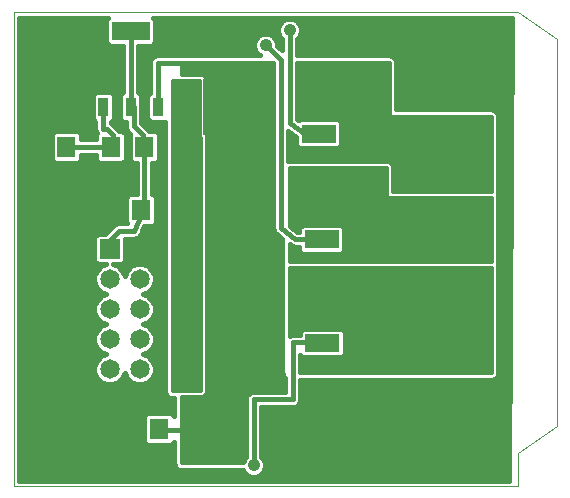
<source format=gtl>
G75*
%MOIN*%
%OFA0B0*%
%FSLAX25Y25*%
%IPPOS*%
%LPD*%
%AMOC8*
5,1,8,0,0,1.08239X$1,22.5*
%
%ADD10C,0.00000*%
%ADD11R,0.11811X0.06299*%
%ADD12R,0.22500X0.19000*%
%ADD13C,0.07874*%
%ADD14R,0.03500X0.06400*%
%ADD15R,0.12500X0.06400*%
%ADD16R,0.06299X0.07098*%
%ADD17R,0.06299X0.07087*%
%ADD18R,0.06500X0.06500*%
%ADD19C,0.06500*%
%ADD20C,0.07400*%
%ADD21C,0.04134*%
%ADD22C,0.01600*%
%ADD23C,0.05600*%
D10*
X0005867Y0006387D02*
X0005867Y0164387D01*
X0173867Y0164387D01*
X0186867Y0155387D01*
X0186867Y0026387D01*
X0173867Y0017387D01*
X0173867Y0006387D01*
X0005867Y0006387D01*
D11*
X0108741Y0054049D03*
X0108741Y0072001D03*
X0108662Y0088623D03*
X0108662Y0106576D03*
X0107662Y0123868D03*
X0107662Y0141820D03*
D12*
X0080504Y0132844D03*
X0081504Y0097600D03*
X0081583Y0063025D03*
D13*
X0074965Y0025029D03*
X0094965Y0025029D03*
X0152225Y0072155D03*
X0152225Y0092155D03*
X0152225Y0112155D03*
D14*
X0053967Y0132787D03*
X0044867Y0132787D03*
X0035767Y0132787D03*
D15*
X0044867Y0157987D03*
D16*
X0049465Y0119387D03*
X0038268Y0119387D03*
X0023465Y0119387D03*
X0012268Y0119387D03*
D17*
X0037355Y0098387D03*
X0048378Y0098387D03*
X0043355Y0025387D03*
X0054378Y0025387D03*
D18*
X0037867Y0085387D03*
D19*
X0047867Y0085387D03*
X0047867Y0075387D03*
X0037867Y0075387D03*
X0037867Y0065387D03*
X0047867Y0065387D03*
X0047867Y0055387D03*
X0047867Y0045387D03*
X0037867Y0045387D03*
X0037867Y0055387D03*
D20*
X0026867Y0026387D03*
X0026867Y0016387D03*
X0014867Y0146387D03*
X0014867Y0156387D03*
X0161867Y0153387D03*
X0161867Y0143387D03*
X0163867Y0026387D03*
X0163867Y0016387D03*
D21*
X0127867Y0058387D03*
X0127867Y0063387D03*
X0122867Y0063387D03*
X0122867Y0058387D03*
X0122867Y0068387D03*
X0127867Y0068387D03*
X0127867Y0092387D03*
X0122867Y0092387D03*
X0122867Y0097387D03*
X0127867Y0097387D03*
X0127867Y0102387D03*
X0122867Y0102387D03*
X0122867Y0130387D03*
X0127867Y0130387D03*
X0127867Y0135387D03*
X0122867Y0135387D03*
X0122867Y0140387D03*
X0127867Y0140387D03*
X0097867Y0158387D03*
X0089867Y0153387D03*
X0064867Y0138387D03*
X0064867Y0133387D03*
X0064867Y0128387D03*
X0064867Y0116387D03*
X0064867Y0111387D03*
X0064867Y0106387D03*
X0064867Y0080387D03*
X0064867Y0075387D03*
X0064867Y0070387D03*
X0085867Y0013387D03*
X0107867Y0013387D03*
X0113867Y0013387D03*
X0119867Y0013387D03*
D22*
X0100339Y0033183D02*
X0101071Y0033914D01*
X0101467Y0034870D01*
X0101467Y0041787D01*
X0165384Y0041787D01*
X0166339Y0042183D01*
X0167071Y0042914D01*
X0167467Y0043870D01*
X0167467Y0129904D01*
X0167071Y0130860D01*
X0166339Y0131591D01*
X0165384Y0131987D01*
X0133467Y0131987D01*
X0133467Y0147904D01*
X0133071Y0148860D01*
X0132339Y0149591D01*
X0131384Y0149987D01*
X0100467Y0149987D01*
X0100467Y0155519D01*
X0101145Y0156197D01*
X0101734Y0157618D01*
X0101734Y0159156D01*
X0101145Y0160578D01*
X0100057Y0161665D01*
X0098636Y0162254D01*
X0097097Y0162254D01*
X0095676Y0161665D01*
X0094588Y0160578D01*
X0094000Y0159156D01*
X0094000Y0157618D01*
X0094588Y0156197D01*
X0095267Y0155519D01*
X0095267Y0151664D01*
X0093734Y0153197D01*
X0093734Y0154156D01*
X0093145Y0155578D01*
X0092057Y0156665D01*
X0090636Y0157254D01*
X0089097Y0157254D01*
X0087676Y0156665D01*
X0086588Y0155578D01*
X0086000Y0154156D01*
X0086000Y0152618D01*
X0086588Y0151197D01*
X0087676Y0150109D01*
X0087970Y0149987D01*
X0053349Y0149987D01*
X0052394Y0149591D01*
X0051662Y0148860D01*
X0051267Y0147904D01*
X0051267Y0137583D01*
X0050417Y0136733D01*
X0050417Y0128842D01*
X0051471Y0127787D01*
X0056267Y0127787D01*
X0056267Y0037870D01*
X0056662Y0036914D01*
X0057394Y0036183D01*
X0058349Y0035787D01*
X0059267Y0035787D01*
X0059267Y0029737D01*
X0058274Y0030731D01*
X0050483Y0030731D01*
X0049429Y0029676D01*
X0049429Y0021098D01*
X0050483Y0020044D01*
X0058274Y0020044D01*
X0059267Y0021037D01*
X0059267Y0013870D01*
X0059662Y0012914D01*
X0060394Y0012183D01*
X0061349Y0011787D01*
X0082344Y0011787D01*
X0082588Y0011197D01*
X0083676Y0010109D01*
X0085097Y0009520D01*
X0086636Y0009520D01*
X0088057Y0010109D01*
X0089145Y0011197D01*
X0089734Y0012618D01*
X0089734Y0014156D01*
X0089145Y0015578D01*
X0088467Y0016256D01*
X0088467Y0032787D01*
X0099384Y0032787D01*
X0100339Y0033183D01*
X0101133Y0034064D02*
X0171042Y0034064D01*
X0171052Y0035662D02*
X0101467Y0035662D01*
X0101467Y0037261D02*
X0171062Y0037261D01*
X0171072Y0038859D02*
X0101467Y0038859D01*
X0101467Y0040458D02*
X0171082Y0040458D01*
X0171092Y0042056D02*
X0166033Y0042056D01*
X0167377Y0043655D02*
X0171103Y0043655D01*
X0171113Y0045253D02*
X0167467Y0045253D01*
X0167467Y0046852D02*
X0171123Y0046852D01*
X0171133Y0048450D02*
X0167467Y0048450D01*
X0167467Y0050049D02*
X0171143Y0050049D01*
X0171153Y0051647D02*
X0167467Y0051647D01*
X0167467Y0053246D02*
X0171163Y0053246D01*
X0171173Y0054844D02*
X0167467Y0054844D01*
X0167467Y0056443D02*
X0171183Y0056443D01*
X0171194Y0058041D02*
X0167467Y0058041D01*
X0167467Y0059640D02*
X0171204Y0059640D01*
X0171214Y0061238D02*
X0167467Y0061238D01*
X0167467Y0062837D02*
X0171224Y0062837D01*
X0171234Y0064435D02*
X0167467Y0064435D01*
X0167467Y0066034D02*
X0171244Y0066034D01*
X0171254Y0067632D02*
X0167467Y0067632D01*
X0167467Y0069231D02*
X0171264Y0069231D01*
X0171275Y0070829D02*
X0167467Y0070829D01*
X0167467Y0072428D02*
X0171285Y0072428D01*
X0171295Y0074026D02*
X0167467Y0074026D01*
X0167467Y0075625D02*
X0171305Y0075625D01*
X0171315Y0077223D02*
X0167467Y0077223D01*
X0167467Y0078822D02*
X0171325Y0078822D01*
X0171335Y0080420D02*
X0167467Y0080420D01*
X0167467Y0082019D02*
X0171345Y0082019D01*
X0171355Y0083618D02*
X0167467Y0083618D01*
X0167467Y0085216D02*
X0171366Y0085216D01*
X0171376Y0086815D02*
X0167467Y0086815D01*
X0167467Y0088413D02*
X0171386Y0088413D01*
X0171396Y0090012D02*
X0167467Y0090012D01*
X0167467Y0091610D02*
X0171406Y0091610D01*
X0171416Y0093209D02*
X0167467Y0093209D01*
X0167467Y0094807D02*
X0171426Y0094807D01*
X0171436Y0096406D02*
X0167467Y0096406D01*
X0167467Y0098004D02*
X0171447Y0098004D01*
X0171457Y0099603D02*
X0167467Y0099603D01*
X0167467Y0101201D02*
X0171467Y0101201D01*
X0171477Y0102800D02*
X0167467Y0102800D01*
X0167467Y0104398D02*
X0171487Y0104398D01*
X0171497Y0105997D02*
X0167467Y0105997D01*
X0167467Y0107595D02*
X0171507Y0107595D01*
X0171517Y0109194D02*
X0167467Y0109194D01*
X0167467Y0110792D02*
X0171527Y0110792D01*
X0171538Y0112391D02*
X0167467Y0112391D01*
X0167467Y0113989D02*
X0171548Y0113989D01*
X0171558Y0115588D02*
X0167467Y0115588D01*
X0167467Y0117186D02*
X0171568Y0117186D01*
X0171578Y0118785D02*
X0167467Y0118785D01*
X0167467Y0120383D02*
X0171588Y0120383D01*
X0171598Y0121982D02*
X0167467Y0121982D01*
X0167467Y0123580D02*
X0171608Y0123580D01*
X0171619Y0125179D02*
X0167467Y0125179D01*
X0167467Y0126777D02*
X0171629Y0126777D01*
X0171639Y0128376D02*
X0167467Y0128376D01*
X0167438Y0129974D02*
X0171649Y0129974D01*
X0171659Y0131573D02*
X0166358Y0131573D01*
X0164867Y0129387D02*
X0164867Y0104787D01*
X0132267Y0104787D01*
X0132267Y0112865D01*
X0131901Y0113747D01*
X0131226Y0114422D01*
X0130344Y0114787D01*
X0097389Y0114787D01*
X0097267Y0114736D01*
X0097267Y0124875D01*
X0100156Y0122840D01*
X0100156Y0120055D01*
X0101094Y0119118D01*
X0114230Y0119118D01*
X0115167Y0120055D01*
X0115167Y0127680D01*
X0114230Y0128617D01*
X0101094Y0128617D01*
X0100761Y0128285D01*
X0100267Y0128633D01*
X0100267Y0147387D01*
X0130867Y0147387D01*
X0130867Y0129387D01*
X0164867Y0129387D01*
X0164867Y0128376D02*
X0114471Y0128376D01*
X0115167Y0126777D02*
X0164867Y0126777D01*
X0164867Y0125179D02*
X0115167Y0125179D01*
X0115167Y0123580D02*
X0164867Y0123580D01*
X0164867Y0121982D02*
X0115167Y0121982D01*
X0115167Y0120383D02*
X0164867Y0120383D01*
X0164867Y0118785D02*
X0097267Y0118785D01*
X0097267Y0120383D02*
X0100156Y0120383D01*
X0100156Y0121982D02*
X0097267Y0121982D01*
X0097267Y0123580D02*
X0099105Y0123580D01*
X0102867Y0123868D02*
X0097867Y0127387D01*
X0097867Y0158387D01*
X0100499Y0155551D02*
X0171811Y0155551D01*
X0171821Y0157149D02*
X0101539Y0157149D01*
X0101734Y0158748D02*
X0171831Y0158748D01*
X0171841Y0160346D02*
X0101241Y0160346D01*
X0099383Y0161945D02*
X0171851Y0161945D01*
X0171855Y0162587D02*
X0170878Y0008187D01*
X0007667Y0008187D01*
X0007667Y0162587D01*
X0037471Y0162587D01*
X0036817Y0161933D01*
X0036817Y0154042D01*
X0037871Y0152987D01*
X0042267Y0152987D01*
X0042267Y0137683D01*
X0041317Y0136733D01*
X0041317Y0128842D01*
X0042371Y0127787D01*
X0043267Y0127787D01*
X0043267Y0125870D01*
X0043662Y0124914D01*
X0044705Y0123872D01*
X0044515Y0123682D01*
X0044515Y0115092D01*
X0045570Y0114038D01*
X0046865Y0114038D01*
X0046865Y0103731D01*
X0044483Y0103731D01*
X0043429Y0102676D01*
X0043429Y0094098D01*
X0043540Y0093987D01*
X0040349Y0093987D01*
X0039394Y0093591D01*
X0036394Y0090591D01*
X0036240Y0090437D01*
X0033871Y0090437D01*
X0032817Y0089383D01*
X0032817Y0081392D01*
X0033871Y0080337D01*
X0036621Y0080337D01*
X0035006Y0079668D01*
X0033585Y0078248D01*
X0032817Y0076392D01*
X0032817Y0074383D01*
X0033585Y0072527D01*
X0035006Y0071106D01*
X0036741Y0070387D01*
X0035006Y0069668D01*
X0033585Y0068248D01*
X0032817Y0066392D01*
X0032817Y0064383D01*
X0033585Y0062527D01*
X0035006Y0061106D01*
X0036741Y0060387D01*
X0035006Y0059668D01*
X0033585Y0058248D01*
X0032817Y0056392D01*
X0032817Y0054383D01*
X0033585Y0052527D01*
X0035006Y0051106D01*
X0036741Y0050387D01*
X0035006Y0049668D01*
X0033585Y0048248D01*
X0032817Y0046392D01*
X0032817Y0044383D01*
X0033585Y0042527D01*
X0035006Y0041106D01*
X0036862Y0040337D01*
X0038871Y0040337D01*
X0040727Y0041106D01*
X0042148Y0042527D01*
X0042867Y0044262D01*
X0043585Y0042527D01*
X0045006Y0041106D01*
X0046862Y0040337D01*
X0048871Y0040337D01*
X0050727Y0041106D01*
X0052148Y0042527D01*
X0052917Y0044383D01*
X0052917Y0046392D01*
X0052148Y0048248D01*
X0050727Y0049668D01*
X0048992Y0050387D01*
X0050727Y0051106D01*
X0052148Y0052527D01*
X0052917Y0054383D01*
X0052917Y0056392D01*
X0052148Y0058248D01*
X0050727Y0059668D01*
X0048992Y0060387D01*
X0050727Y0061106D01*
X0052148Y0062527D01*
X0052917Y0064383D01*
X0052917Y0066392D01*
X0052148Y0068248D01*
X0050727Y0069668D01*
X0048992Y0070387D01*
X0050727Y0071106D01*
X0052148Y0072527D01*
X0052917Y0074383D01*
X0052917Y0076392D01*
X0052148Y0078248D01*
X0050727Y0079668D01*
X0048871Y0080437D01*
X0046862Y0080437D01*
X0045006Y0079668D01*
X0043585Y0078248D01*
X0042867Y0076512D01*
X0042148Y0078248D01*
X0040727Y0079668D01*
X0039113Y0080337D01*
X0041862Y0080337D01*
X0042917Y0081392D01*
X0042917Y0088787D01*
X0045821Y0088787D01*
X0046293Y0088771D01*
X0046337Y0088787D01*
X0046384Y0088787D01*
X0046820Y0088968D01*
X0047262Y0089133D01*
X0047296Y0089165D01*
X0047339Y0089183D01*
X0047673Y0089516D01*
X0048018Y0089838D01*
X0048038Y0089881D01*
X0048071Y0089914D01*
X0048251Y0090350D01*
X0049479Y0093044D01*
X0052274Y0093044D01*
X0053328Y0094098D01*
X0053328Y0102676D01*
X0052274Y0103731D01*
X0052065Y0103731D01*
X0052065Y0114038D01*
X0053360Y0114038D01*
X0054415Y0115092D01*
X0054415Y0123682D01*
X0053360Y0124736D01*
X0051122Y0124736D01*
X0051071Y0124860D01*
X0050339Y0125591D01*
X0048467Y0127464D01*
X0048467Y0133304D01*
X0048417Y0133425D01*
X0048417Y0136733D01*
X0047467Y0137683D01*
X0047467Y0152987D01*
X0051862Y0152987D01*
X0052917Y0154042D01*
X0052917Y0161933D01*
X0052262Y0162587D01*
X0171855Y0162587D01*
X0171801Y0153952D02*
X0100467Y0153952D01*
X0100467Y0152353D02*
X0171791Y0152353D01*
X0171780Y0150755D02*
X0100467Y0150755D01*
X0100267Y0145959D02*
X0130867Y0145959D01*
X0130867Y0144361D02*
X0100267Y0144361D01*
X0100267Y0142762D02*
X0130867Y0142762D01*
X0130867Y0141164D02*
X0100267Y0141164D01*
X0100267Y0139565D02*
X0130867Y0139565D01*
X0130867Y0137967D02*
X0100267Y0137967D01*
X0100267Y0136368D02*
X0130867Y0136368D01*
X0130867Y0134770D02*
X0100267Y0134770D01*
X0100267Y0133171D02*
X0130867Y0133171D01*
X0130867Y0131573D02*
X0100267Y0131573D01*
X0100267Y0129974D02*
X0130867Y0129974D01*
X0133467Y0133171D02*
X0171669Y0133171D01*
X0171679Y0134770D02*
X0133467Y0134770D01*
X0133467Y0136368D02*
X0171689Y0136368D01*
X0171699Y0137967D02*
X0133467Y0137967D01*
X0133467Y0139565D02*
X0171710Y0139565D01*
X0171720Y0141164D02*
X0133467Y0141164D01*
X0133467Y0142762D02*
X0171730Y0142762D01*
X0171740Y0144361D02*
X0133467Y0144361D01*
X0133467Y0145959D02*
X0171750Y0145959D01*
X0171760Y0147558D02*
X0133467Y0147558D01*
X0132774Y0149156D02*
X0171770Y0149156D01*
X0164867Y0117186D02*
X0097267Y0117186D01*
X0097267Y0115588D02*
X0164867Y0115588D01*
X0164867Y0113989D02*
X0131659Y0113989D01*
X0132267Y0112391D02*
X0164867Y0112391D01*
X0164867Y0110792D02*
X0132267Y0110792D01*
X0132267Y0109194D02*
X0164867Y0109194D01*
X0164867Y0107595D02*
X0132267Y0107595D01*
X0132267Y0105997D02*
X0164867Y0105997D01*
X0164867Y0102387D02*
X0164867Y0081387D01*
X0097867Y0081387D01*
X0097867Y0086958D01*
X0098033Y0086827D01*
X0098271Y0086589D01*
X0098404Y0086534D01*
X0098517Y0086444D01*
X0098842Y0086352D01*
X0099153Y0086223D01*
X0099297Y0086223D01*
X0099436Y0086184D01*
X0099771Y0086223D01*
X0101156Y0086223D01*
X0101156Y0084811D01*
X0102094Y0083874D01*
X0115230Y0083874D01*
X0116167Y0084811D01*
X0116167Y0092436D01*
X0115230Y0093373D01*
X0102094Y0093373D01*
X0101156Y0092436D01*
X0101156Y0091023D01*
X0100464Y0091023D01*
X0097867Y0093076D01*
X0097867Y0112387D01*
X0129867Y0112387D01*
X0129867Y0102387D01*
X0164867Y0102387D01*
X0164867Y0101201D02*
X0097867Y0101201D01*
X0097867Y0099603D02*
X0164867Y0099603D01*
X0164867Y0098004D02*
X0097867Y0098004D01*
X0097867Y0096406D02*
X0164867Y0096406D01*
X0164867Y0094807D02*
X0097867Y0094807D01*
X0097867Y0093209D02*
X0101929Y0093209D01*
X0101156Y0091610D02*
X0099722Y0091610D01*
X0099630Y0088623D02*
X0094867Y0092387D01*
X0094867Y0148387D01*
X0089867Y0153387D01*
X0086577Y0155551D02*
X0052917Y0155551D01*
X0052917Y0157149D02*
X0088844Y0157149D01*
X0090890Y0157149D02*
X0094194Y0157149D01*
X0094000Y0158748D02*
X0052917Y0158748D01*
X0052917Y0160346D02*
X0094493Y0160346D01*
X0096350Y0161945D02*
X0052905Y0161945D01*
X0052827Y0153952D02*
X0086000Y0153952D01*
X0086109Y0152353D02*
X0047467Y0152353D01*
X0047467Y0150755D02*
X0087030Y0150755D01*
X0092467Y0147387D02*
X0092467Y0092720D01*
X0092427Y0092582D01*
X0092467Y0092247D01*
X0092467Y0091910D01*
X0092522Y0091777D01*
X0092539Y0091634D01*
X0092703Y0091339D01*
X0092832Y0091028D01*
X0092934Y0090926D01*
X0093004Y0090800D01*
X0093269Y0090591D01*
X0093507Y0090353D01*
X0093640Y0090297D01*
X0095467Y0088854D01*
X0095467Y0043910D01*
X0095832Y0043028D01*
X0096467Y0042393D01*
X0096467Y0037787D01*
X0085389Y0037787D01*
X0084507Y0037422D01*
X0083832Y0036747D01*
X0083467Y0035865D01*
X0083467Y0016173D01*
X0082758Y0015464D01*
X0082312Y0014387D01*
X0061867Y0014387D01*
X0061867Y0035987D01*
X0068344Y0035987D01*
X0069226Y0036353D01*
X0069901Y0037028D01*
X0070267Y0037910D01*
X0070267Y0141865D01*
X0069901Y0142747D01*
X0069226Y0143422D01*
X0068344Y0143787D01*
X0061867Y0143787D01*
X0061867Y0147387D01*
X0092467Y0147387D01*
X0092467Y0145959D02*
X0061867Y0145959D01*
X0061867Y0144361D02*
X0092467Y0144361D01*
X0092467Y0142762D02*
X0069886Y0142762D01*
X0070267Y0141164D02*
X0092467Y0141164D01*
X0092467Y0139565D02*
X0070267Y0139565D01*
X0070267Y0137967D02*
X0092467Y0137967D01*
X0092467Y0136368D02*
X0070267Y0136368D01*
X0070267Y0134770D02*
X0092467Y0134770D01*
X0092467Y0133171D02*
X0070267Y0133171D01*
X0070267Y0131573D02*
X0092467Y0131573D01*
X0092467Y0129974D02*
X0070267Y0129974D01*
X0070267Y0128376D02*
X0092467Y0128376D01*
X0092467Y0126777D02*
X0070267Y0126777D01*
X0070267Y0125179D02*
X0092467Y0125179D01*
X0092467Y0123580D02*
X0070267Y0123580D01*
X0070267Y0121982D02*
X0092467Y0121982D01*
X0092467Y0120383D02*
X0070267Y0120383D01*
X0070267Y0118785D02*
X0092467Y0118785D01*
X0092467Y0117186D02*
X0070267Y0117186D01*
X0070267Y0115588D02*
X0092467Y0115588D01*
X0092467Y0113989D02*
X0070267Y0113989D01*
X0070267Y0112391D02*
X0092467Y0112391D01*
X0092467Y0110792D02*
X0070267Y0110792D01*
X0070267Y0109194D02*
X0092467Y0109194D01*
X0092467Y0107595D02*
X0070267Y0107595D01*
X0070267Y0105997D02*
X0092467Y0105997D01*
X0092467Y0104398D02*
X0070267Y0104398D01*
X0070267Y0102800D02*
X0092467Y0102800D01*
X0092467Y0101201D02*
X0070267Y0101201D01*
X0070267Y0099603D02*
X0092467Y0099603D01*
X0092467Y0098004D02*
X0070267Y0098004D01*
X0070267Y0096406D02*
X0092467Y0096406D01*
X0092467Y0094807D02*
X0070267Y0094807D01*
X0070267Y0093209D02*
X0092467Y0093209D01*
X0092552Y0091610D02*
X0070267Y0091610D01*
X0070267Y0090012D02*
X0094002Y0090012D01*
X0095467Y0088413D02*
X0070267Y0088413D01*
X0070267Y0086815D02*
X0095467Y0086815D01*
X0095467Y0085216D02*
X0070267Y0085216D01*
X0070267Y0083618D02*
X0095467Y0083618D01*
X0095467Y0082019D02*
X0070267Y0082019D01*
X0070267Y0080420D02*
X0095467Y0080420D01*
X0095467Y0078822D02*
X0070267Y0078822D01*
X0070267Y0077223D02*
X0095467Y0077223D01*
X0095467Y0075625D02*
X0070267Y0075625D01*
X0070267Y0074026D02*
X0095467Y0074026D01*
X0095467Y0072428D02*
X0070267Y0072428D01*
X0070267Y0070829D02*
X0095467Y0070829D01*
X0095467Y0069231D02*
X0070267Y0069231D01*
X0070267Y0067632D02*
X0095467Y0067632D01*
X0095467Y0066034D02*
X0070267Y0066034D01*
X0070267Y0064435D02*
X0095467Y0064435D01*
X0095467Y0062837D02*
X0070267Y0062837D01*
X0070267Y0061238D02*
X0095467Y0061238D01*
X0095467Y0059640D02*
X0070267Y0059640D01*
X0070267Y0058041D02*
X0095467Y0058041D01*
X0095467Y0056443D02*
X0070267Y0056443D01*
X0070267Y0054844D02*
X0095467Y0054844D01*
X0095467Y0053246D02*
X0070267Y0053246D01*
X0070267Y0051647D02*
X0095467Y0051647D01*
X0095467Y0050049D02*
X0070267Y0050049D01*
X0070267Y0048450D02*
X0095467Y0048450D01*
X0095467Y0046852D02*
X0070267Y0046852D01*
X0070267Y0045253D02*
X0095467Y0045253D01*
X0095572Y0043655D02*
X0070267Y0043655D01*
X0070267Y0042056D02*
X0096467Y0042056D01*
X0096467Y0040458D02*
X0070267Y0040458D01*
X0070267Y0038859D02*
X0096467Y0038859D01*
X0098867Y0035387D02*
X0085867Y0035387D01*
X0085867Y0013387D01*
X0083467Y0016480D02*
X0061867Y0016480D01*
X0061867Y0014882D02*
X0082517Y0014882D01*
X0082386Y0011684D02*
X0007667Y0011684D01*
X0007667Y0010086D02*
X0083732Y0010086D01*
X0088002Y0010086D02*
X0170890Y0010086D01*
X0170900Y0011684D02*
X0089347Y0011684D01*
X0089734Y0013283D02*
X0170910Y0013283D01*
X0170920Y0014882D02*
X0089433Y0014882D01*
X0088467Y0016480D02*
X0170931Y0016480D01*
X0170941Y0018079D02*
X0088467Y0018079D01*
X0088467Y0019677D02*
X0170951Y0019677D01*
X0170961Y0021276D02*
X0088467Y0021276D01*
X0088467Y0022874D02*
X0170971Y0022874D01*
X0170981Y0024473D02*
X0088467Y0024473D01*
X0088467Y0026071D02*
X0170991Y0026071D01*
X0171001Y0027670D02*
X0088467Y0027670D01*
X0088467Y0029268D02*
X0171011Y0029268D01*
X0171022Y0030867D02*
X0088467Y0030867D01*
X0088467Y0032465D02*
X0171032Y0032465D01*
X0164867Y0044387D02*
X0101267Y0044387D01*
X0101267Y0050205D01*
X0102172Y0049299D01*
X0115309Y0049299D01*
X0116246Y0050236D01*
X0116246Y0057861D01*
X0115309Y0058798D01*
X0102172Y0058798D01*
X0101235Y0057861D01*
X0101235Y0056787D01*
X0098389Y0056787D01*
X0097867Y0056571D01*
X0097867Y0078987D01*
X0164867Y0078987D01*
X0164867Y0044387D01*
X0164867Y0045253D02*
X0101267Y0045253D01*
X0101267Y0046852D02*
X0164867Y0046852D01*
X0164867Y0048450D02*
X0101267Y0048450D01*
X0101267Y0050049D02*
X0101423Y0050049D01*
X0103867Y0054049D02*
X0105867Y0054049D01*
X0105528Y0054387D01*
X0098867Y0054387D01*
X0098867Y0035387D01*
X0084346Y0037261D02*
X0069998Y0037261D01*
X0067867Y0038387D02*
X0067867Y0122469D01*
X0067654Y0122681D01*
X0067654Y0141387D01*
X0058867Y0141387D01*
X0058867Y0038387D01*
X0067867Y0038387D01*
X0067867Y0038859D02*
X0058867Y0038859D01*
X0058867Y0040458D02*
X0067867Y0040458D01*
X0067867Y0042056D02*
X0058867Y0042056D01*
X0058867Y0043655D02*
X0067867Y0043655D01*
X0067867Y0045253D02*
X0058867Y0045253D01*
X0058867Y0046852D02*
X0067867Y0046852D01*
X0067867Y0048450D02*
X0058867Y0048450D01*
X0058867Y0050049D02*
X0067867Y0050049D01*
X0067867Y0051647D02*
X0058867Y0051647D01*
X0058867Y0053246D02*
X0067867Y0053246D01*
X0067867Y0054844D02*
X0058867Y0054844D01*
X0058867Y0056443D02*
X0067867Y0056443D01*
X0067867Y0058041D02*
X0058867Y0058041D01*
X0058867Y0059640D02*
X0067867Y0059640D01*
X0067867Y0061238D02*
X0058867Y0061238D01*
X0058867Y0062837D02*
X0067867Y0062837D01*
X0067867Y0064435D02*
X0058867Y0064435D01*
X0058867Y0066034D02*
X0067867Y0066034D01*
X0067867Y0067632D02*
X0058867Y0067632D01*
X0058867Y0069231D02*
X0067867Y0069231D01*
X0067867Y0070829D02*
X0058867Y0070829D01*
X0058867Y0072428D02*
X0067867Y0072428D01*
X0067867Y0074026D02*
X0058867Y0074026D01*
X0058867Y0075625D02*
X0067867Y0075625D01*
X0067867Y0077223D02*
X0058867Y0077223D01*
X0058867Y0078822D02*
X0067867Y0078822D01*
X0067867Y0080420D02*
X0058867Y0080420D01*
X0058867Y0082019D02*
X0067867Y0082019D01*
X0067867Y0083618D02*
X0058867Y0083618D01*
X0058867Y0085216D02*
X0067867Y0085216D01*
X0067867Y0086815D02*
X0058867Y0086815D01*
X0058867Y0088413D02*
X0067867Y0088413D01*
X0067867Y0090012D02*
X0058867Y0090012D01*
X0058867Y0091610D02*
X0067867Y0091610D01*
X0067867Y0093209D02*
X0058867Y0093209D01*
X0058867Y0094807D02*
X0067867Y0094807D01*
X0067867Y0096406D02*
X0058867Y0096406D01*
X0058867Y0098004D02*
X0067867Y0098004D01*
X0067867Y0099603D02*
X0058867Y0099603D01*
X0058867Y0101201D02*
X0067867Y0101201D01*
X0067867Y0102800D02*
X0058867Y0102800D01*
X0058867Y0104398D02*
X0067867Y0104398D01*
X0067867Y0105997D02*
X0058867Y0105997D01*
X0058867Y0107595D02*
X0067867Y0107595D01*
X0067867Y0109194D02*
X0058867Y0109194D01*
X0058867Y0110792D02*
X0067867Y0110792D01*
X0067867Y0112391D02*
X0058867Y0112391D01*
X0058867Y0113989D02*
X0067867Y0113989D01*
X0067867Y0115588D02*
X0058867Y0115588D01*
X0058867Y0117186D02*
X0067867Y0117186D01*
X0067867Y0118785D02*
X0058867Y0118785D01*
X0058867Y0120383D02*
X0067867Y0120383D01*
X0067867Y0121982D02*
X0058867Y0121982D01*
X0058867Y0123580D02*
X0067654Y0123580D01*
X0067654Y0125179D02*
X0058867Y0125179D01*
X0058867Y0126777D02*
X0067654Y0126777D01*
X0067654Y0128376D02*
X0058867Y0128376D01*
X0058867Y0129974D02*
X0067654Y0129974D01*
X0067654Y0131573D02*
X0058867Y0131573D01*
X0058867Y0133171D02*
X0067654Y0133171D01*
X0067654Y0134770D02*
X0058867Y0134770D01*
X0058867Y0136368D02*
X0067654Y0136368D01*
X0067654Y0137967D02*
X0058867Y0137967D01*
X0058867Y0139565D02*
X0067654Y0139565D01*
X0067654Y0141164D02*
X0058867Y0141164D01*
X0053867Y0147387D02*
X0066867Y0147387D01*
X0066867Y0146387D01*
X0053867Y0147387D02*
X0053867Y0132787D01*
X0053967Y0132787D01*
X0050417Y0133171D02*
X0048467Y0133171D01*
X0048467Y0131573D02*
X0050417Y0131573D01*
X0050417Y0129974D02*
X0048467Y0129974D01*
X0048467Y0128376D02*
X0050882Y0128376D01*
X0049153Y0126777D02*
X0056267Y0126777D01*
X0056267Y0125179D02*
X0050752Y0125179D01*
X0048867Y0123387D02*
X0048867Y0119986D01*
X0049465Y0119387D01*
X0049465Y0099474D01*
X0048378Y0098387D01*
X0048378Y0096899D01*
X0045867Y0091387D01*
X0040867Y0091387D01*
X0037867Y0088387D01*
X0037867Y0085387D01*
X0042917Y0085216D02*
X0056267Y0085216D01*
X0056267Y0083618D02*
X0042917Y0083618D01*
X0042917Y0082019D02*
X0056267Y0082019D01*
X0056267Y0080420D02*
X0048912Y0080420D01*
X0046822Y0080420D02*
X0041946Y0080420D01*
X0041574Y0078822D02*
X0044160Y0078822D01*
X0043161Y0077223D02*
X0042572Y0077223D01*
X0034160Y0078822D02*
X0007667Y0078822D01*
X0007667Y0080420D02*
X0033788Y0080420D01*
X0032817Y0082019D02*
X0007667Y0082019D01*
X0007667Y0083618D02*
X0032817Y0083618D01*
X0032817Y0085216D02*
X0007667Y0085216D01*
X0007667Y0086815D02*
X0032817Y0086815D01*
X0032817Y0088413D02*
X0007667Y0088413D01*
X0007667Y0090012D02*
X0033445Y0090012D01*
X0037413Y0091610D02*
X0007667Y0091610D01*
X0007667Y0093209D02*
X0039011Y0093209D01*
X0042917Y0088413D02*
X0056267Y0088413D01*
X0056267Y0086815D02*
X0042917Y0086815D01*
X0048111Y0090012D02*
X0056267Y0090012D01*
X0056267Y0091610D02*
X0048825Y0091610D01*
X0052438Y0093209D02*
X0056267Y0093209D01*
X0056267Y0094807D02*
X0053328Y0094807D01*
X0053328Y0096406D02*
X0056267Y0096406D01*
X0056267Y0098004D02*
X0053328Y0098004D01*
X0053328Y0099603D02*
X0056267Y0099603D01*
X0056267Y0101201D02*
X0053328Y0101201D01*
X0053205Y0102800D02*
X0056267Y0102800D01*
X0056267Y0104398D02*
X0052065Y0104398D01*
X0052065Y0105997D02*
X0056267Y0105997D01*
X0056267Y0107595D02*
X0052065Y0107595D01*
X0052065Y0109194D02*
X0056267Y0109194D01*
X0056267Y0110792D02*
X0052065Y0110792D01*
X0052065Y0112391D02*
X0056267Y0112391D01*
X0056267Y0113989D02*
X0052065Y0113989D01*
X0054415Y0115588D02*
X0056267Y0115588D01*
X0056267Y0117186D02*
X0054415Y0117186D01*
X0054415Y0118785D02*
X0056267Y0118785D01*
X0056267Y0120383D02*
X0054415Y0120383D01*
X0054415Y0121982D02*
X0056267Y0121982D01*
X0056267Y0123580D02*
X0054415Y0123580D01*
X0048867Y0123387D02*
X0045867Y0126387D01*
X0045867Y0132787D01*
X0044867Y0132787D01*
X0044867Y0157987D01*
X0042267Y0152353D02*
X0007667Y0152353D01*
X0007667Y0150755D02*
X0042267Y0150755D01*
X0042267Y0149156D02*
X0007667Y0149156D01*
X0007667Y0147558D02*
X0042267Y0147558D01*
X0042267Y0145959D02*
X0007667Y0145959D01*
X0007667Y0144361D02*
X0042267Y0144361D01*
X0042267Y0142762D02*
X0007667Y0142762D01*
X0007667Y0141164D02*
X0042267Y0141164D01*
X0042267Y0139565D02*
X0007667Y0139565D01*
X0007667Y0137967D02*
X0042267Y0137967D01*
X0041317Y0136368D02*
X0039317Y0136368D01*
X0039317Y0136733D02*
X0038262Y0137787D01*
X0033271Y0137787D01*
X0032217Y0136733D01*
X0032217Y0128842D01*
X0033167Y0127892D01*
X0033167Y0124970D01*
X0033562Y0124014D01*
X0033607Y0123970D01*
X0033319Y0123682D01*
X0033319Y0121987D01*
X0028415Y0121987D01*
X0028415Y0123682D01*
X0027360Y0124736D01*
X0019570Y0124736D01*
X0018515Y0123682D01*
X0018515Y0115092D01*
X0019570Y0114038D01*
X0027360Y0114038D01*
X0028415Y0115092D01*
X0028415Y0116787D01*
X0033319Y0116787D01*
X0033319Y0115092D01*
X0034373Y0114038D01*
X0042163Y0114038D01*
X0043218Y0115092D01*
X0043218Y0123682D01*
X0042163Y0124736D01*
X0041122Y0124736D01*
X0041071Y0124860D01*
X0040339Y0125591D01*
X0038367Y0127564D01*
X0038367Y0127892D01*
X0039317Y0128842D01*
X0039317Y0136733D01*
X0039317Y0134770D02*
X0041317Y0134770D01*
X0041317Y0133171D02*
X0039317Y0133171D01*
X0039317Y0131573D02*
X0041317Y0131573D01*
X0041317Y0129974D02*
X0039317Y0129974D01*
X0038851Y0128376D02*
X0041782Y0128376D01*
X0043267Y0126777D02*
X0039153Y0126777D01*
X0040752Y0125179D02*
X0043553Y0125179D01*
X0043218Y0123580D02*
X0044515Y0123580D01*
X0044515Y0121982D02*
X0043218Y0121982D01*
X0043218Y0120383D02*
X0044515Y0120383D01*
X0044515Y0118785D02*
X0043218Y0118785D01*
X0043218Y0117186D02*
X0044515Y0117186D01*
X0044515Y0115588D02*
X0043218Y0115588D01*
X0046865Y0113989D02*
X0007667Y0113989D01*
X0007667Y0112391D02*
X0046865Y0112391D01*
X0046865Y0110792D02*
X0007667Y0110792D01*
X0007667Y0109194D02*
X0046865Y0109194D01*
X0046865Y0107595D02*
X0007667Y0107595D01*
X0007667Y0105997D02*
X0046865Y0105997D01*
X0046865Y0104398D02*
X0007667Y0104398D01*
X0007667Y0102800D02*
X0043552Y0102800D01*
X0043429Y0101201D02*
X0007667Y0101201D01*
X0007667Y0099603D02*
X0043429Y0099603D01*
X0043429Y0098004D02*
X0007667Y0098004D01*
X0007667Y0096406D02*
X0043429Y0096406D01*
X0043429Y0094807D02*
X0007667Y0094807D01*
X0007667Y0077223D02*
X0033161Y0077223D01*
X0032817Y0075625D02*
X0007667Y0075625D01*
X0007667Y0074026D02*
X0032964Y0074026D01*
X0033684Y0072428D02*
X0007667Y0072428D01*
X0007667Y0070829D02*
X0035674Y0070829D01*
X0034569Y0069231D02*
X0007667Y0069231D01*
X0007667Y0067632D02*
X0033331Y0067632D01*
X0032817Y0066034D02*
X0007667Y0066034D01*
X0007667Y0064435D02*
X0032817Y0064435D01*
X0033457Y0062837D02*
X0007667Y0062837D01*
X0007667Y0061238D02*
X0034874Y0061238D01*
X0034977Y0059640D02*
X0007667Y0059640D01*
X0007667Y0058041D02*
X0033500Y0058041D01*
X0032838Y0056443D02*
X0007667Y0056443D01*
X0007667Y0054844D02*
X0032817Y0054844D01*
X0033288Y0053246D02*
X0007667Y0053246D01*
X0007667Y0051647D02*
X0034465Y0051647D01*
X0035924Y0050049D02*
X0007667Y0050049D01*
X0007667Y0048450D02*
X0033788Y0048450D01*
X0033007Y0046852D02*
X0007667Y0046852D01*
X0007667Y0045253D02*
X0032817Y0045253D01*
X0033118Y0043655D02*
X0007667Y0043655D01*
X0007667Y0042056D02*
X0034056Y0042056D01*
X0036571Y0040458D02*
X0007667Y0040458D01*
X0007667Y0038859D02*
X0056267Y0038859D01*
X0056267Y0040458D02*
X0049162Y0040458D01*
X0051677Y0042056D02*
X0056267Y0042056D01*
X0056267Y0043655D02*
X0052615Y0043655D01*
X0052917Y0045253D02*
X0056267Y0045253D01*
X0056267Y0046852D02*
X0052726Y0046852D01*
X0051945Y0048450D02*
X0056267Y0048450D01*
X0056267Y0050049D02*
X0049809Y0050049D01*
X0051269Y0051647D02*
X0056267Y0051647D01*
X0056267Y0053246D02*
X0052446Y0053246D01*
X0052917Y0054844D02*
X0056267Y0054844D01*
X0056267Y0056443D02*
X0052895Y0056443D01*
X0052233Y0058041D02*
X0056267Y0058041D01*
X0056267Y0059640D02*
X0050756Y0059640D01*
X0050860Y0061238D02*
X0056267Y0061238D01*
X0056267Y0062837D02*
X0052276Y0062837D01*
X0052917Y0064435D02*
X0056267Y0064435D01*
X0056267Y0066034D02*
X0052917Y0066034D01*
X0052403Y0067632D02*
X0056267Y0067632D01*
X0056267Y0069231D02*
X0051165Y0069231D01*
X0050059Y0070829D02*
X0056267Y0070829D01*
X0056267Y0072428D02*
X0052049Y0072428D01*
X0052769Y0074026D02*
X0056267Y0074026D01*
X0056267Y0075625D02*
X0052917Y0075625D01*
X0052572Y0077223D02*
X0056267Y0077223D01*
X0056267Y0078822D02*
X0051574Y0078822D01*
X0043118Y0043655D02*
X0042615Y0043655D01*
X0041677Y0042056D02*
X0044056Y0042056D01*
X0046571Y0040458D02*
X0039162Y0040458D01*
X0049429Y0029268D02*
X0007667Y0029268D01*
X0007667Y0027670D02*
X0049429Y0027670D01*
X0049429Y0026071D02*
X0007667Y0026071D01*
X0007667Y0024473D02*
X0049429Y0024473D01*
X0049429Y0022874D02*
X0007667Y0022874D01*
X0007667Y0021276D02*
X0049429Y0021276D01*
X0054378Y0025387D02*
X0054737Y0025029D01*
X0074965Y0025029D01*
X0083467Y0024473D02*
X0061867Y0024473D01*
X0061867Y0026071D02*
X0083467Y0026071D01*
X0083467Y0027670D02*
X0061867Y0027670D01*
X0061867Y0029268D02*
X0083467Y0029268D01*
X0083467Y0030867D02*
X0061867Y0030867D01*
X0061867Y0032465D02*
X0083467Y0032465D01*
X0083467Y0034064D02*
X0061867Y0034064D01*
X0061867Y0035662D02*
X0083467Y0035662D01*
X0083467Y0022874D02*
X0061867Y0022874D01*
X0061867Y0021276D02*
X0083467Y0021276D01*
X0083467Y0019677D02*
X0061867Y0019677D01*
X0061867Y0018079D02*
X0083467Y0018079D01*
X0059267Y0018079D02*
X0007667Y0018079D01*
X0007667Y0019677D02*
X0059267Y0019677D01*
X0059267Y0016480D02*
X0007667Y0016480D01*
X0007667Y0014882D02*
X0059267Y0014882D01*
X0059510Y0013283D02*
X0007667Y0013283D01*
X0007667Y0008487D02*
X0170880Y0008487D01*
X0164867Y0050049D02*
X0116059Y0050049D01*
X0116246Y0051647D02*
X0164867Y0051647D01*
X0164867Y0053246D02*
X0116246Y0053246D01*
X0116246Y0054844D02*
X0164867Y0054844D01*
X0164867Y0056443D02*
X0116246Y0056443D01*
X0116066Y0058041D02*
X0164867Y0058041D01*
X0164867Y0059640D02*
X0097867Y0059640D01*
X0097867Y0061238D02*
X0164867Y0061238D01*
X0164867Y0062837D02*
X0097867Y0062837D01*
X0097867Y0064435D02*
X0164867Y0064435D01*
X0164867Y0066034D02*
X0097867Y0066034D01*
X0097867Y0067632D02*
X0164867Y0067632D01*
X0164867Y0069231D02*
X0097867Y0069231D01*
X0097867Y0070829D02*
X0164867Y0070829D01*
X0164867Y0072428D02*
X0097867Y0072428D01*
X0097867Y0074026D02*
X0164867Y0074026D01*
X0164867Y0075625D02*
X0097867Y0075625D01*
X0097867Y0077223D02*
X0164867Y0077223D01*
X0164867Y0078822D02*
X0097867Y0078822D01*
X0097867Y0082019D02*
X0164867Y0082019D01*
X0164867Y0083618D02*
X0097867Y0083618D01*
X0097867Y0085216D02*
X0101156Y0085216D01*
X0098045Y0086815D02*
X0097867Y0086815D01*
X0099630Y0088623D02*
X0108662Y0088623D01*
X0116167Y0088413D02*
X0164867Y0088413D01*
X0164867Y0086815D02*
X0116167Y0086815D01*
X0116167Y0085216D02*
X0164867Y0085216D01*
X0164867Y0090012D02*
X0116167Y0090012D01*
X0116167Y0091610D02*
X0164867Y0091610D01*
X0164867Y0093209D02*
X0115395Y0093209D01*
X0129867Y0102800D02*
X0097867Y0102800D01*
X0097867Y0104398D02*
X0129867Y0104398D01*
X0129867Y0105997D02*
X0097867Y0105997D01*
X0097867Y0107595D02*
X0129867Y0107595D01*
X0129867Y0109194D02*
X0097867Y0109194D01*
X0097867Y0110792D02*
X0129867Y0110792D01*
X0107662Y0123868D02*
X0102867Y0123868D01*
X0100852Y0128376D02*
X0100632Y0128376D01*
X0080504Y0132844D02*
X0080448Y0132787D01*
X0094577Y0152353D02*
X0095267Y0152353D01*
X0095267Y0153952D02*
X0093734Y0153952D01*
X0093156Y0155551D02*
X0095235Y0155551D01*
X0051959Y0149156D02*
X0047467Y0149156D01*
X0047467Y0147558D02*
X0051267Y0147558D01*
X0051267Y0145959D02*
X0047467Y0145959D01*
X0047467Y0144361D02*
X0051267Y0144361D01*
X0051267Y0142762D02*
X0047467Y0142762D01*
X0047467Y0141164D02*
X0051267Y0141164D01*
X0051267Y0139565D02*
X0047467Y0139565D01*
X0047467Y0137967D02*
X0051267Y0137967D01*
X0050417Y0136368D02*
X0048417Y0136368D01*
X0048417Y0134770D02*
X0050417Y0134770D01*
X0035767Y0132787D02*
X0035767Y0125487D01*
X0035867Y0125387D01*
X0036867Y0125387D01*
X0038867Y0123387D01*
X0038867Y0119986D01*
X0038268Y0119387D01*
X0023465Y0119387D01*
X0018515Y0118785D02*
X0007667Y0118785D01*
X0007667Y0120383D02*
X0018515Y0120383D01*
X0018515Y0121982D02*
X0007667Y0121982D01*
X0007667Y0123580D02*
X0018515Y0123580D01*
X0018515Y0117186D02*
X0007667Y0117186D01*
X0007667Y0115588D02*
X0018515Y0115588D01*
X0007667Y0125179D02*
X0033167Y0125179D01*
X0033167Y0126777D02*
X0007667Y0126777D01*
X0007667Y0128376D02*
X0032682Y0128376D01*
X0032217Y0129974D02*
X0007667Y0129974D01*
X0007667Y0131573D02*
X0032217Y0131573D01*
X0032217Y0133171D02*
X0007667Y0133171D01*
X0007667Y0134770D02*
X0032217Y0134770D01*
X0032217Y0136368D02*
X0007667Y0136368D01*
X0007667Y0153952D02*
X0036906Y0153952D01*
X0036817Y0155551D02*
X0007667Y0155551D01*
X0007667Y0157149D02*
X0036817Y0157149D01*
X0036817Y0158748D02*
X0007667Y0158748D01*
X0007667Y0160346D02*
X0036817Y0160346D01*
X0036828Y0161945D02*
X0007667Y0161945D01*
X0028415Y0123580D02*
X0033319Y0123580D01*
X0033319Y0115588D02*
X0028415Y0115588D01*
X0097867Y0058041D02*
X0101416Y0058041D01*
X0105867Y0054049D02*
X0108741Y0054049D01*
X0059267Y0035662D02*
X0007667Y0035662D01*
X0007667Y0034064D02*
X0059267Y0034064D01*
X0059267Y0032465D02*
X0007667Y0032465D01*
X0007667Y0030867D02*
X0059267Y0030867D01*
X0056519Y0037261D02*
X0007667Y0037261D01*
D23*
X0064867Y0040387D03*
X0064867Y0046387D03*
M02*

</source>
